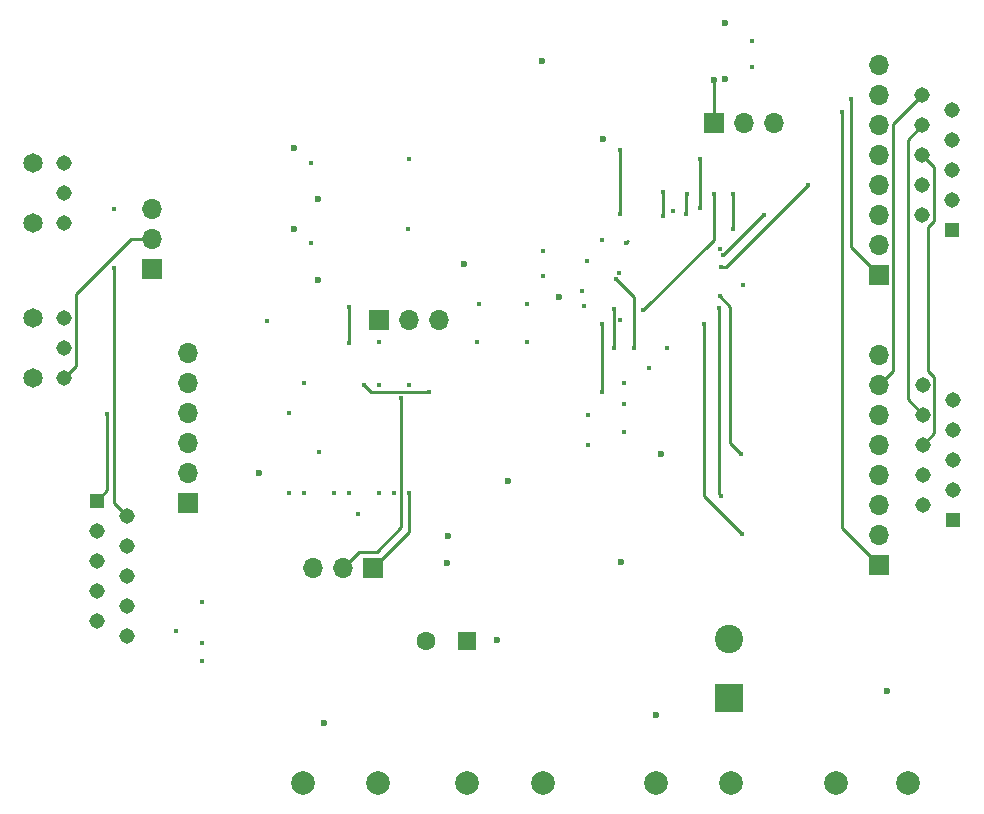
<source format=gbr>
G04 #@! TF.GenerationSoftware,KiCad,Pcbnew,(5.1.9-0-10_14)*
G04 #@! TF.CreationDate,2021-04-05T13:34:52+02:00*
G04 #@! TF.ProjectId,dac,6461632e-6b69-4636-9164-5f7063625858,rev?*
G04 #@! TF.SameCoordinates,Original*
G04 #@! TF.FileFunction,Copper,L2,Inr*
G04 #@! TF.FilePolarity,Positive*
%FSLAX46Y46*%
G04 Gerber Fmt 4.6, Leading zero omitted, Abs format (unit mm)*
G04 Created by KiCad (PCBNEW (5.1.9-0-10_14)) date 2021-04-05 13:34:52*
%MOMM*%
%LPD*%
G01*
G04 APERTURE LIST*
G04 #@! TA.AperFunction,ComponentPad*
%ADD10C,1.308000*%
G04 #@! TD*
G04 #@! TA.AperFunction,ComponentPad*
%ADD11C,1.650000*%
G04 #@! TD*
G04 #@! TA.AperFunction,ComponentPad*
%ADD12O,1.700000X1.700000*%
G04 #@! TD*
G04 #@! TA.AperFunction,ComponentPad*
%ADD13R,1.700000X1.700000*%
G04 #@! TD*
G04 #@! TA.AperFunction,ComponentPad*
%ADD14C,2.000000*%
G04 #@! TD*
G04 #@! TA.AperFunction,ComponentPad*
%ADD15R,1.308000X1.308000*%
G04 #@! TD*
G04 #@! TA.AperFunction,ComponentPad*
%ADD16C,1.600000*%
G04 #@! TD*
G04 #@! TA.AperFunction,ComponentPad*
%ADD17R,1.600000X1.600000*%
G04 #@! TD*
G04 #@! TA.AperFunction,ComponentPad*
%ADD18C,2.400000*%
G04 #@! TD*
G04 #@! TA.AperFunction,ComponentPad*
%ADD19R,2.400000X2.400000*%
G04 #@! TD*
G04 #@! TA.AperFunction,ViaPad*
%ADD20C,0.400000*%
G04 #@! TD*
G04 #@! TA.AperFunction,ViaPad*
%ADD21C,0.600000*%
G04 #@! TD*
G04 #@! TA.AperFunction,Conductor*
%ADD22C,0.250000*%
G04 #@! TD*
G04 APERTURE END LIST*
D10*
X115025000Y-83185000D03*
X115025000Y-85725000D03*
X115025000Y-88265000D03*
D11*
X112395000Y-88265000D03*
X112395000Y-83185000D03*
D10*
X115025000Y-70104000D03*
X115025000Y-72644000D03*
X115025000Y-75184000D03*
D11*
X112395000Y-75184000D03*
X112395000Y-70104000D03*
D12*
X136080500Y-104394000D03*
X138620500Y-104394000D03*
D13*
X141160500Y-104394000D03*
D14*
X171450000Y-122555000D03*
X165100000Y-122555000D03*
D15*
X190246000Y-100266500D03*
D10*
X187706000Y-98996500D03*
X190246000Y-97726500D03*
X187706000Y-96456500D03*
X190246000Y-95186500D03*
X187706000Y-93916500D03*
X190246000Y-92646500D03*
X187706000Y-91376500D03*
X190246000Y-90106500D03*
X187706000Y-88836500D03*
D12*
X184023000Y-86296500D03*
X184023000Y-88836500D03*
X184023000Y-91376500D03*
X184023000Y-93916500D03*
X184023000Y-96456500D03*
X184023000Y-98996500D03*
X184023000Y-101536500D03*
D13*
X184023000Y-104076500D03*
D12*
X175107600Y-66649600D03*
X172567600Y-66649600D03*
D13*
X170027600Y-66649600D03*
D12*
X122491500Y-73977500D03*
X122491500Y-76517500D03*
D13*
X122491500Y-79057500D03*
D12*
X184023000Y-61785500D03*
X184023000Y-64325500D03*
X184023000Y-66865500D03*
X184023000Y-69405500D03*
X184023000Y-71945500D03*
X184023000Y-74485500D03*
X184023000Y-77025500D03*
D13*
X184023000Y-79565500D03*
D12*
X146748500Y-83375500D03*
X144208500Y-83375500D03*
D13*
X141668500Y-83375500D03*
D15*
X117792500Y-98679000D03*
D10*
X120332500Y-99949000D03*
X117792500Y-101219000D03*
X120332500Y-102489000D03*
X117792500Y-103759000D03*
X120332500Y-105029000D03*
X117792500Y-106299000D03*
X120332500Y-107569000D03*
X117792500Y-108839000D03*
X120332500Y-110109000D03*
D15*
X190224000Y-75755500D03*
D10*
X187684000Y-74485500D03*
X190224000Y-73215500D03*
X187684000Y-71945500D03*
X190224000Y-70675500D03*
X187684000Y-69405500D03*
X190224000Y-68135500D03*
X187684000Y-66865500D03*
X190224000Y-65595500D03*
X187684000Y-64325500D03*
D16*
X145661500Y-110553500D03*
D17*
X149161500Y-110553500D03*
D12*
X125476000Y-86156800D03*
X125476000Y-88696800D03*
X125476000Y-91236800D03*
X125476000Y-93776800D03*
X125476000Y-96316800D03*
D13*
X125476000Y-98856800D03*
D14*
X180340000Y-122555000D03*
X186436000Y-122555000D03*
X141605000Y-122555000D03*
X149098000Y-122555000D03*
X155575000Y-122555000D03*
X135255000Y-122555000D03*
D18*
X171323000Y-110379500D03*
D19*
X171323000Y-115379500D03*
D20*
X165709600Y-74523600D03*
X165709600Y-72542400D03*
X164566600Y-87401400D03*
D21*
X170992800Y-58216800D03*
X156921200Y-81381600D03*
X136550400Y-73152000D03*
X136550400Y-79959200D03*
X131508500Y-96329500D03*
X152579000Y-96976000D03*
D20*
X166096000Y-85770400D03*
X172491400Y-80391000D03*
X162411400Y-88693000D03*
X162411400Y-92815400D03*
X162411400Y-90465900D03*
D21*
X155445800Y-61470200D03*
X148844000Y-78587600D03*
X160629600Y-68072000D03*
X170977600Y-63007200D03*
X134518400Y-75641200D03*
X134518400Y-68783200D03*
D20*
X132160000Y-83422500D03*
X139874000Y-99838500D03*
D21*
X147510500Y-101663500D03*
D20*
X159258000Y-78412000D03*
X155600400Y-79603600D03*
X162585400Y-76818000D03*
X155600400Y-77520800D03*
D21*
X184658000Y-114808000D03*
X165100000Y-116840000D03*
D20*
X135331200Y-88696800D03*
X134061200Y-91236800D03*
X136601200Y-94538800D03*
X144208500Y-88900000D03*
X159385000Y-91376500D03*
X150114000Y-81978500D03*
X141668500Y-88900000D03*
X159385000Y-93916500D03*
X149987000Y-85217000D03*
X141668500Y-85217000D03*
D21*
X165544500Y-94678500D03*
D20*
X161976500Y-79387000D03*
X167716200Y-72720200D03*
X167649768Y-74380968D03*
D21*
X147433000Y-103963500D03*
X162179000Y-103822500D03*
X151638000Y-110490000D03*
X137033000Y-117475000D03*
D20*
X163271200Y-85699600D03*
X161734959Y-79936236D03*
X161594800Y-85750400D03*
X161544000Y-82397600D03*
X160528000Y-83718400D03*
X140411200Y-88849200D03*
X145948400Y-89458800D03*
X160528000Y-89458800D03*
X154228800Y-85242400D03*
X159054800Y-82194400D03*
X158902400Y-80873600D03*
X154178000Y-81991200D03*
X170561000Y-77343000D03*
X170827765Y-77884800D03*
X174269400Y-74498200D03*
X177977800Y-71958200D03*
X170611800Y-78862000D03*
X135890000Y-70053200D03*
X119253000Y-73977500D03*
X135890000Y-76860400D03*
X162115500Y-74422000D03*
X162111164Y-68981662D03*
X160528000Y-76581000D03*
X171653200Y-75641200D03*
X171653200Y-72694800D03*
X169189400Y-83693000D03*
X172440600Y-101523800D03*
X170611800Y-98272600D03*
X170459400Y-82372200D03*
X170510200Y-81322199D03*
X172339000Y-94716600D03*
D21*
X170027600Y-63042800D03*
D20*
X181610000Y-64668400D03*
X173228000Y-59740800D03*
X162119800Y-83362800D03*
X170027600Y-72694800D03*
X164033200Y-82550000D03*
X180898800Y-65735200D03*
X173228000Y-61925200D03*
X168859200Y-73914000D03*
X168859200Y-69697600D03*
X144221200Y-69697600D03*
X166573200Y-74117200D03*
X144170400Y-75641200D03*
X139128500Y-97980500D03*
X137843498Y-97995502D03*
X139128500Y-85344000D03*
X139128500Y-82296000D03*
X135318500Y-97980500D03*
X134048500Y-97980500D03*
X118681500Y-91313000D03*
X119253000Y-78994000D03*
X126682500Y-107274010D03*
X141668500Y-97980500D03*
X144208500Y-98044000D03*
X124523500Y-109728000D03*
X143573500Y-89979500D03*
X126682500Y-112268000D03*
X126682500Y-110680500D03*
X142938500Y-98044000D03*
D22*
X165709600Y-74523600D02*
X165709600Y-72542400D01*
X162585400Y-76818000D02*
X162737800Y-76665600D01*
X186428810Y-68120690D02*
X187684000Y-66865500D01*
X186428810Y-90099310D02*
X186428810Y-68120690D01*
X187706000Y-91376500D02*
X186428810Y-90099310D01*
X188663001Y-74955421D02*
X188663001Y-70384501D01*
X188163200Y-75455222D02*
X188663001Y-74955421D01*
X188163200Y-87684702D02*
X188163200Y-75455222D01*
X188685001Y-88206503D02*
X188163200Y-87684702D01*
X188663001Y-70384501D02*
X187684000Y-69405500D01*
X188685001Y-92937499D02*
X188685001Y-88206503D01*
X187706000Y-93916500D02*
X188685001Y-92937499D01*
X167649768Y-72786632D02*
X167716200Y-72720200D01*
X167649768Y-74380968D02*
X167649768Y-72786632D01*
X163271200Y-85699600D02*
X163271200Y-81458702D01*
X163257425Y-81458702D02*
X161734959Y-79936236D01*
X163271200Y-81458702D02*
X163257425Y-81458702D01*
X161594800Y-82448400D02*
X161544000Y-82397600D01*
X161594800Y-85750400D02*
X161594800Y-82448400D01*
X145914601Y-89425001D02*
X145948400Y-89458800D01*
X140987001Y-89425001D02*
X145914601Y-89425001D01*
X140411200Y-88849200D02*
X140987001Y-89425001D01*
X160528000Y-83718400D02*
X160528000Y-89458800D01*
X185198001Y-87661499D02*
X185198001Y-66811499D01*
X185198001Y-66811499D02*
X187684000Y-64325500D01*
X184023000Y-88836500D02*
X185198001Y-87661499D01*
X174214365Y-74498200D02*
X174269400Y-74498200D01*
X170827765Y-77884800D02*
X174214365Y-74498200D01*
X171074000Y-78862000D02*
X177977800Y-71958200D01*
X170611800Y-78862000D02*
X171074000Y-78862000D01*
X116004001Y-81163499D02*
X120650000Y-76517500D01*
X116004001Y-87285999D02*
X116004001Y-81163499D01*
X115025000Y-88265000D02*
X116004001Y-87285999D01*
X120650000Y-76517500D02*
X122491500Y-76517500D01*
X162111164Y-74417664D02*
X162115500Y-74422000D01*
X162111164Y-68981662D02*
X162111164Y-74417664D01*
X171653200Y-75641200D02*
X171653200Y-72694800D01*
X169189400Y-98272600D02*
X172440600Y-101523800D01*
X169189400Y-83693000D02*
X169189400Y-98272600D01*
X170561000Y-98221800D02*
X170611800Y-98272600D01*
X170459400Y-98120200D02*
X170611800Y-98272600D01*
X170459400Y-82372200D02*
X170459400Y-98120200D01*
X170510200Y-81322199D02*
X171424600Y-82236599D01*
X171424600Y-93802200D02*
X172339000Y-94716600D01*
X171424600Y-82236599D02*
X171424600Y-93802200D01*
X170027600Y-63042800D02*
X170027600Y-66649600D01*
X181610000Y-77152500D02*
X181610000Y-64668400D01*
X184023000Y-79565500D02*
X181610000Y-77152500D01*
X170027600Y-76555600D02*
X164033200Y-82550000D01*
X170027600Y-72694800D02*
X170027600Y-76555600D01*
X180898800Y-100952300D02*
X180898800Y-65735200D01*
X184023000Y-104076500D02*
X180898800Y-100952300D01*
X168859200Y-73914000D02*
X168859200Y-69697600D01*
X139128500Y-85344000D02*
X139128500Y-82296000D01*
X118681500Y-97790000D02*
X117792500Y-98679000D01*
X118681500Y-91313000D02*
X118681500Y-97790000D01*
X119253000Y-98869500D02*
X120332500Y-99949000D01*
X119253000Y-78994000D02*
X119253000Y-98869500D01*
X144208500Y-101346000D02*
X141160500Y-104394000D01*
X144208500Y-98044000D02*
X144208500Y-101346000D01*
X138620500Y-104394000D02*
X140017500Y-102997000D01*
X140017500Y-102997000D02*
X141478000Y-102997000D01*
X143573500Y-100901500D02*
X143573500Y-89979500D01*
X141478000Y-102997000D02*
X143573500Y-100901500D01*
M02*

</source>
